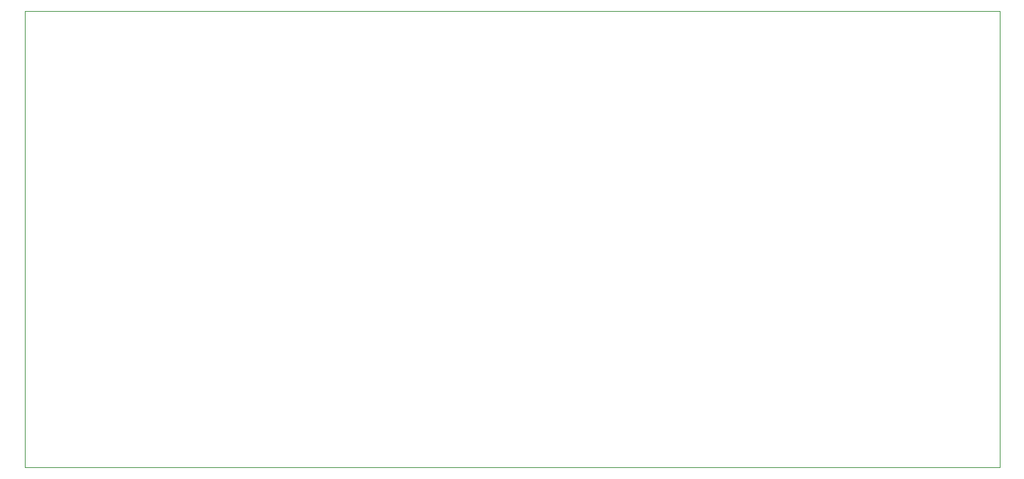
<source format=gbr>
G04 #@! TF.GenerationSoftware,KiCad,Pcbnew,5.1.8-db9833491~88~ubuntu20.04.1*
G04 #@! TF.CreationDate,2020-12-16T12:57:10+01:00*
G04 #@! TF.ProjectId,dtZ80-memory,64745a38-302d-46d6-956d-6f72792e6b69,rev?*
G04 #@! TF.SameCoordinates,Original*
G04 #@! TF.FileFunction,Profile,NP*
%FSLAX46Y46*%
G04 Gerber Fmt 4.6, Leading zero omitted, Abs format (unit mm)*
G04 Created by KiCad (PCBNEW 5.1.8-db9833491~88~ubuntu20.04.1) date 2020-12-16 12:57:10*
%MOMM*%
%LPD*%
G01*
G04 APERTURE LIST*
G04 #@! TA.AperFunction,Profile*
%ADD10C,0.050000*%
G04 #@! TD*
G04 APERTURE END LIST*
D10*
X74930000Y-151130000D02*
X194310000Y-151130000D01*
X74930000Y-95250000D02*
X74930000Y-151130000D01*
X194310000Y-95250000D02*
X74930000Y-95250000D01*
X194310000Y-151130000D02*
X194310000Y-95250000D01*
M02*

</source>
